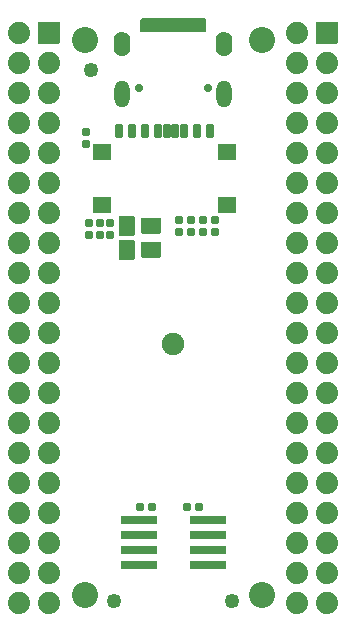
<source format=gbr>
%TF.GenerationSoftware,KiCad,Pcbnew,7.0.11-7.0.11~ubuntu22.04.1*%
%TF.CreationDate,2024-12-17T16:05:19+02:00*%
%TF.ProjectId,RP2350-PICO2-XXL_Rev_A,52503233-3530-42d5-9049-434f322d5858,A*%
%TF.SameCoordinates,PX81b3200PY6e263e0*%
%TF.FileFunction,Soldermask,Bot*%
%TF.FilePolarity,Negative*%
%FSLAX46Y46*%
G04 Gerber Fmt 4.6, Leading zero omitted, Abs format (unit mm)*
G04 Created by KiCad (PCBNEW 7.0.11-7.0.11~ubuntu22.04.1) date 2024-12-17 16:05:19*
%MOMM*%
%LPD*%
G01*
G04 APERTURE LIST*
G04 Aperture macros list*
%AMRoundRect*
0 Rectangle with rounded corners*
0 $1 Rounding radius*
0 $2 $3 $4 $5 $6 $7 $8 $9 X,Y pos of 4 corners*
0 Add a 4 corners polygon primitive as box body*
4,1,4,$2,$3,$4,$5,$6,$7,$8,$9,$2,$3,0*
0 Add four circle primitives for the rounded corners*
1,1,$1+$1,$2,$3*
1,1,$1+$1,$4,$5*
1,1,$1+$1,$6,$7*
1,1,$1+$1,$8,$9*
0 Add four rect primitives between the rounded corners*
20,1,$1+$1,$2,$3,$4,$5,0*
20,1,$1+$1,$4,$5,$6,$7,0*
20,1,$1+$1,$6,$7,$8,$9,0*
20,1,$1+$1,$8,$9,$2,$3,0*%
G04 Aperture macros list end*
%ADD10C,2.201600*%
%ADD11C,0.701600*%
%ADD12O,1.301600X2.301600*%
%ADD13O,1.401600X2.101600*%
%ADD14C,1.901600*%
%ADD15RoundRect,0.050800X-0.275000X0.250000X-0.275000X-0.250000X0.275000X-0.250000X0.275000X0.250000X0*%
%ADD16RoundRect,0.050800X0.275000X-0.250000X0.275000X0.250000X-0.275000X0.250000X-0.275000X-0.250000X0*%
%ADD17RoundRect,0.050800X-1.100000X0.300000X-1.100000X-0.300000X1.100000X-0.300000X1.100000X0.300000X0*%
%ADD18C,1.254000*%
%ADD19RoundRect,0.050800X0.250000X0.275000X-0.250000X0.275000X-0.250000X-0.275000X0.250000X-0.275000X0*%
%ADD20RoundRect,0.050800X-0.250000X-0.275000X0.250000X-0.275000X0.250000X0.275000X-0.250000X0.275000X0*%
%ADD21RoundRect,0.050800X-0.889000X0.889000X-0.889000X-0.889000X0.889000X-0.889000X0.889000X0.889000X0*%
%ADD22C,1.879600*%
%ADD23RoundRect,0.050800X-0.635000X0.762000X-0.635000X-0.762000X0.635000X-0.762000X0.635000X0.762000X0*%
%ADD24RoundRect,0.050800X0.762000X0.635000X-0.762000X0.635000X-0.762000X-0.635000X0.762000X-0.635000X0*%
%ADD25RoundRect,0.050800X-0.250000X-0.500000X0.250000X-0.500000X0.250000X0.500000X-0.250000X0.500000X0*%
%ADD26RoundRect,0.050800X-0.750000X-0.600000X0.750000X-0.600000X0.750000X0.600000X-0.750000X0.600000X0*%
G04 APERTURE END LIST*
D10*
%TO.C,MH1*%
X7000000Y2000000D03*
%TD*%
%TO.C,MH2*%
X22000000Y2000000D03*
%TD*%
D11*
%TO.C,USB-C1*%
X11610000Y44970000D03*
X17390000Y44970000D03*
D12*
X10180000Y44470000D03*
X18820000Y44470000D03*
D13*
X10180000Y48650000D03*
X18820000Y48650000D03*
%TD*%
D10*
%TO.C,MH3*%
X7000000Y49000000D03*
%TD*%
%TO.C,MH4*%
X22000000Y49000000D03*
%TD*%
D14*
%TO.C,U3*%
X14500000Y23250000D03*
%TD*%
D15*
%TO.C,R20*%
X15000000Y32742000D03*
D16*
X15000000Y33758000D03*
%TD*%
D17*
%TO.C,U4*%
X17735000Y8405000D03*
X17735000Y7135000D03*
X17735000Y5865000D03*
X17735000Y4595000D03*
X11265000Y4595000D03*
X11265000Y5865000D03*
X11265000Y7135000D03*
X11265000Y8405000D03*
%TD*%
%TO.C,U5*%
X17100000Y8405000D03*
X17100000Y7135000D03*
X17100000Y5865000D03*
X17100000Y4595000D03*
X11900000Y4595000D03*
X11900000Y5865000D03*
X11900000Y7135000D03*
X11900000Y8405000D03*
%TD*%
D18*
%TO.C,FID4*%
X9450000Y1500000D03*
%TD*%
D19*
%TO.C,C26*%
X11692000Y9500000D03*
D20*
X12708000Y9500000D03*
%TD*%
D15*
%TO.C,R25*%
X9150000Y32492000D03*
D16*
X9150000Y33508000D03*
%TD*%
D19*
%TO.C,R16*%
X15684000Y9500000D03*
D20*
X16700000Y9500000D03*
%TD*%
D18*
%TO.C,FID6*%
X19500000Y1500000D03*
%TD*%
D15*
%TO.C,R23*%
X18000000Y32742000D03*
D16*
X18000000Y33758000D03*
%TD*%
D18*
%TO.C,FID5*%
X7500000Y46500000D03*
%TD*%
D16*
%TO.C,R21*%
X7350000Y33508000D03*
D15*
X7350000Y32492000D03*
%TD*%
%TO.C,R22*%
X7100000Y40242000D03*
D16*
X7100000Y41258000D03*
%TD*%
D15*
%TO.C,R19*%
X17000000Y32742000D03*
D16*
X17000000Y33758000D03*
%TD*%
D21*
%TO.C,EXT1*%
X4000000Y49630000D03*
D22*
X1460000Y49630000D03*
X4000000Y47090000D03*
X1460000Y47090000D03*
X4000000Y44550000D03*
X1460000Y44550000D03*
X4000000Y42010000D03*
X1460000Y42010000D03*
X4000000Y39470000D03*
X1460000Y39470000D03*
X4000000Y36930000D03*
X1460000Y36930000D03*
X4000000Y34390000D03*
X1460000Y34390000D03*
X4000000Y31850000D03*
X1460000Y31850000D03*
X4000000Y29310000D03*
X1460000Y29310000D03*
X4000000Y26770000D03*
X1460000Y26770000D03*
X4000000Y24230000D03*
X1460000Y24230000D03*
X4000000Y21690000D03*
X1460000Y21690000D03*
X4000000Y19150000D03*
X1460000Y19150000D03*
X4000000Y16610000D03*
X1460000Y16610000D03*
X4000000Y14070000D03*
X1460000Y14070000D03*
X4000000Y11530000D03*
X1460000Y11530000D03*
X4000000Y8990000D03*
X1460000Y8990000D03*
X4000000Y6450000D03*
X1460000Y6450000D03*
X4000000Y3910000D03*
X1460000Y3910000D03*
X4000000Y1370000D03*
X1460000Y1370000D03*
%TD*%
D23*
%TO.C,L3*%
X10600000Y33276000D03*
X10600000Y31244000D03*
%TD*%
D21*
%TO.C,EXT2*%
X27540000Y49630000D03*
D22*
X25000000Y49630000D03*
X27540000Y47090000D03*
X25000000Y47090000D03*
X27540000Y44550000D03*
X25000000Y44550000D03*
X27540000Y42010000D03*
X25000000Y42010000D03*
X27540000Y39470000D03*
X25000000Y39470000D03*
X27540000Y36930000D03*
X25000000Y36930000D03*
X27540000Y34390000D03*
X25000000Y34390000D03*
X27540000Y31850000D03*
X25000000Y31850000D03*
X27540000Y29310000D03*
X25000000Y29310000D03*
X27540000Y26770000D03*
X25000000Y26770000D03*
X27540000Y24230000D03*
X25000000Y24230000D03*
X27540000Y21690000D03*
X25000000Y21690000D03*
X27540000Y19150000D03*
X25000000Y19150000D03*
X27540000Y16610000D03*
X25000000Y16610000D03*
X27540000Y14070000D03*
X25000000Y14070000D03*
X27540000Y11530000D03*
X25000000Y11530000D03*
X27540000Y8990000D03*
X25000000Y8990000D03*
X27540000Y6450000D03*
X25000000Y6450000D03*
X27540000Y3910000D03*
X25000000Y3910000D03*
X27540000Y1370000D03*
X25000000Y1370000D03*
%TD*%
D15*
%TO.C,R24*%
X16000000Y32742000D03*
D16*
X16000000Y33758000D03*
%TD*%
D24*
%TO.C,C27*%
X12600000Y33266000D03*
X12600000Y31234000D03*
%TD*%
D25*
%TO.C,MICRO_SD1*%
X17600000Y41300000D03*
X16500000Y41300000D03*
X15400000Y41300000D03*
X14650000Y41300000D03*
X13200000Y41300000D03*
X12100000Y41300000D03*
X11000000Y41300000D03*
X9900000Y41300000D03*
X13950000Y41300000D03*
D26*
X8450000Y39550000D03*
X8450000Y35100000D03*
X19050000Y39550000D03*
X19050000Y35100000D03*
%TD*%
D15*
%TO.C,R26*%
X8250000Y32492000D03*
D16*
X8250000Y33508000D03*
%TD*%
G36*
X17231121Y50836998D02*
G01*
X17277614Y50783342D01*
X17289000Y50731000D01*
X17289000Y49840000D01*
X17268998Y49771879D01*
X17215342Y49725386D01*
X17163000Y49714000D01*
X11827000Y49714000D01*
X11758879Y49734002D01*
X11712386Y49787658D01*
X11701000Y49840000D01*
X11701000Y50731000D01*
X11721002Y50799121D01*
X11774658Y50845614D01*
X11827000Y50857000D01*
X17163000Y50857000D01*
X17231121Y50836998D01*
G37*
M02*

</source>
